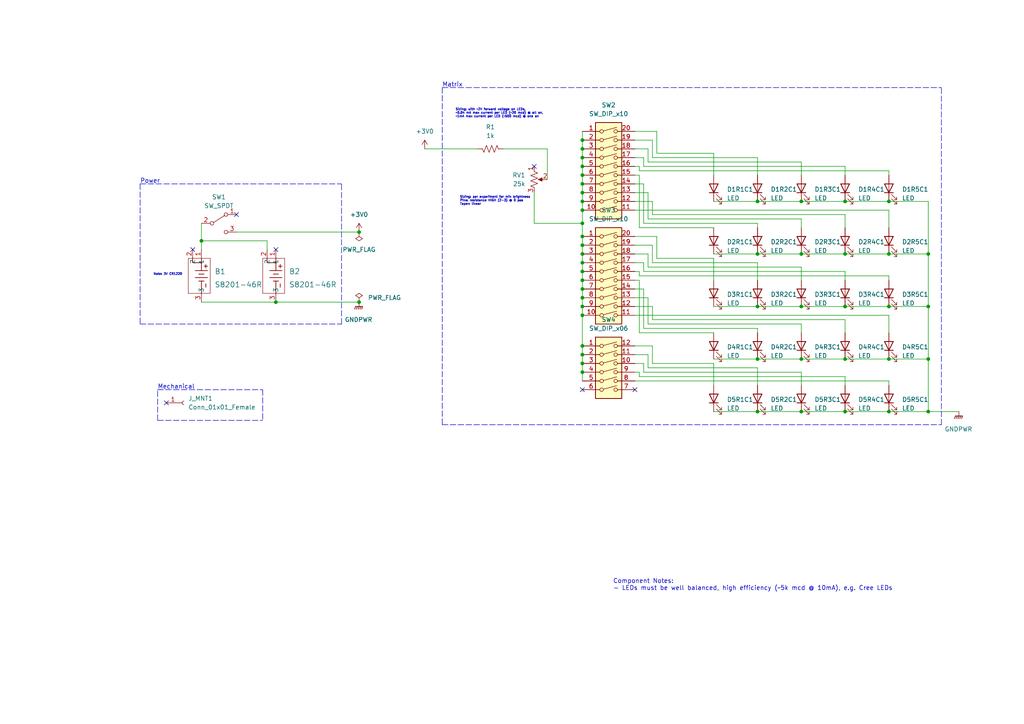
<source format=kicad_sch>
(kicad_sch (version 20211123) (generator eeschema)
  (paper "A4")
  (lib_symbols
    (symbol "Connector:Conn_01x01_Female" (pin_names (offset 1.016) hide)
      (property "Reference" "J" (at 0 2.54 0))
      (property "Value" "Conn_01x01_Female" (at 0 -2.54 0))
      (symbol "Conn_01x01_Female_1_1"
        (polyline (pts (xy -1.27 0) (xy -0.508 0)) (stroke (width 0.1524)))
        (arc (start 0 0.508) (mid -0.508 0) (end 0 -0.508) (stroke (width 0.1524)))
        (pin passive line (at -5.08 0 0) (length 3.81) (name "Pin_1") (number "1"))
      )
    )
    (symbol "Custom_Symbols:S8201-46R" (pin_names (offset 0.254))
      (property "Reference" "B" (at 7.62 8.89 0))
      (property "Value" "S8201-46R" (at 7.62 5.08 0))
      (symbol "S8201-46R_0_1"
        (polyline (pts (xy 2.54 -3.81) (xy 12.7 -3.81)) (stroke (width 0.127)))
        (polyline (pts (xy 2.54 -2.54) (xy 3.81 -2.54)) (stroke (width 0.2032)))
        (polyline (pts (xy 2.54 0) (xy 6.096 0)) (stroke (width 0.2032)))
        (polyline (pts (xy 2.54 2.54) (xy 2.54 -3.81)) (stroke (width 0.127)))
        (polyline (pts (xy 3.81 0) (xy 3.81 -2.54)) (stroke (width 0.2032)))
        (polyline (pts (xy 4.318 1.27) (xy 5.334 1.27)) (stroke (width 0.2032)))
        (polyline (pts (xy 4.826 1.778) (xy 4.826 0.762)) (stroke (width 0.2032)))
        (polyline (pts (xy 6.096 -1.778) (xy 6.096 1.778)) (stroke (width 0.2032)))
        (polyline (pts (xy 7.112 0.762) (xy 7.112 -0.762)) (stroke (width 0.2032)))
        (polyline (pts (xy 8.128 -1.778) (xy 8.128 1.778)) (stroke (width 0.2032)))
        (polyline (pts (xy 9.144 0) (xy 12.7 0)) (stroke (width 0.2032)))
        (polyline (pts (xy 9.144 0.762) (xy 9.144 -0.762)) (stroke (width 0.2032)))
        (polyline (pts (xy 9.906 1.27) (xy 10.922 1.27)) (stroke (width 0.2032)))
        (polyline (pts (xy 12.7 -3.81) (xy 12.7 2.54)) (stroke (width 0.127)))
        (polyline (pts (xy 12.7 2.54) (xy 2.54 2.54)) (stroke (width 0.127)))
        (circle (center 3.81 0) (radius 0.127) (stroke (width 0.254)))
        (pin unspecified line (at 0 0 0) (length 2.54) (name "1") (number "1"))
        (pin unspecified line (at 0 -2.54 0) (length 2.54) (name "2") (number "2"))
        (pin unspecified line (at 15.24 0 180) (length 2.54) (name "3") (number "3"))
      )
    )
    (symbol "Device:LED" (pin_numbers hide) (pin_names (offset 1.016) hide)
      (property "Reference" "D" (at 0 2.54 0))
      (property "Value" "LED" (at 0 -2.54 0))
      (symbol "LED_0_1"
        (polyline (pts (xy -1.27 -1.27) (xy -1.27 1.27)) (stroke (width 0.254)))
        (polyline (pts (xy -1.27 0) (xy 1.27 0)))
        (polyline (pts (xy 1.27 -1.27) (xy 1.27 1.27) (xy -1.27 0) (xy 1.27 -1.27)) (stroke (width 0.254)))
        (polyline (pts (xy -3.048 -0.762) (xy -4.572 -2.286) (xy -3.81 -2.286) (xy -4.572 -2.286) (xy -4.572 -1.524)))
        (polyline (pts (xy -1.778 -0.762) (xy -3.302 -2.286) (xy -2.54 -2.286) (xy -3.302 -2.286) (xy -3.302 -1.524)))
      )
      (symbol "LED_1_1"
        (pin passive line (at -3.81 0 0) (length 2.54) (name "K") (number "1"))
        (pin passive line (at 3.81 0 180) (length 2.54) (name "A") (number "2"))
      )
    )
    (symbol "Device:R_Potentiometer_US" (pin_names (offset 1.016) hide)
      (property "Reference" "RV" (at -4.445 0 90))
      (property "Value" "R_Potentiometer_US" (at -2.54 0 90))
      (symbol "R_Potentiometer_US_0_1"
        (polyline (pts (xy 0 -2.286) (xy 0 -2.54)))
        (polyline (pts (xy 0 2.54) (xy 0 2.286)))
        (polyline (pts (xy 2.54 0) (xy 1.524 0)))
        (polyline (pts (xy 1.143 0) (xy 2.286 0.508) (xy 2.286 -0.508) (xy 1.143 0)) (fill (type outline)))
        (polyline (pts (xy 0 -0.762) (xy 1.016 -1.143) (xy 0 -1.524) (xy -1.016 -1.905) (xy 0 -2.286)))
        (polyline (pts (xy 0 0.762) (xy 1.016 0.381) (xy 0 0) (xy -1.016 -0.381) (xy 0 -0.762)))
        (polyline (pts (xy 0 2.286) (xy 1.016 1.905) (xy 0 1.524) (xy -1.016 1.143) (xy 0 0.762)))
      )
      (symbol "R_Potentiometer_US_1_1"
        (pin passive line (at 0 3.81 270) (length 1.27) (name "1") (number "1"))
        (pin passive line (at 3.81 0 180) (length 1.27) (name "2") (number "2"))
        (pin passive line (at 0 -3.81 90) (length 1.27) (name "3") (number "3"))
      )
    )
    (symbol "Device:R_US" (pin_numbers hide) (pin_names (offset 0))
      (property "Reference" "R" (at 2.54 0 90))
      (property "Value" "R_US" (at -2.54 0 90))
      (symbol "R_US_0_1"
        (polyline (pts (xy 0 -2.286) (xy 0 -2.54)))
        (polyline (pts (xy 0 2.286) (xy 0 2.54)))
        (polyline (pts (xy 0 -0.762) (xy 1.016 -1.143) (xy 0 -1.524) (xy -1.016 -1.905) (xy 0 -2.286)))
        (polyline (pts (xy 0 0.762) (xy 1.016 0.381) (xy 0 0) (xy -1.016 -0.381) (xy 0 -0.762)))
        (polyline (pts (xy 0 2.286) (xy 1.016 1.905) (xy 0 1.524) (xy -1.016 1.143) (xy 0 0.762)))
      )
      (symbol "R_US_1_1"
        (pin passive line (at 0 3.81 270) (length 1.27) (name "~") (number "1"))
        (pin passive line (at 0 -3.81 90) (length 1.27) (name "~") (number "2"))
      )
    )
    (symbol "S8201-46R_1" (pin_names (offset 0.254))
      (property "Reference" "B" (at 7.62 8.89 0))
      (property "Value" "S8201-46R_1" (at 7.62 5.08 0))
      (symbol "S8201-46R_1_0_1"
        (polyline (pts (xy 2.54 -3.81) (xy 12.7 -3.81)) (stroke (width 0.127)))
        (polyline (pts (xy 2.54 -2.54) (xy 3.81 -2.54)) (stroke (width 0.2032)))
        (polyline (pts (xy 2.54 0) (xy 6.096 0)) (stroke (width 0.2032)))
        (polyline (pts (xy 2.54 2.54) (xy 2.54 -3.81)) (stroke (width 0.127)))
        (polyline (pts (xy 3.81 0) (xy 3.81 -2.54)) (stroke (width 0.2032)))
        (polyline (pts (xy 4.318 1.27) (xy 5.334 1.27)) (stroke (width 0.2032)))
        (polyline (pts (xy 4.826 1.778) (xy 4.826 0.762)) (stroke (width 0.2032)))
        (polyline (pts (xy 6.096 -1.778) (xy 6.096 1.778)) (stroke (width 0.2032)))
        (polyline (pts (xy 7.112 0.762) (xy 7.112 -0.762)) (stroke (width 0.2032)))
        (polyline (pts (xy 8.128 -1.778) (xy 8.128 1.778)) (stroke (width 0.2032)))
        (polyline (pts (xy 9.144 0) (xy 12.7 0)) (stroke (width 0.2032)))
        (polyline (pts (xy 9.144 0.762) (xy 9.144 -0.762)) (stroke (width 0.2032)))
        (polyline (pts (xy 9.906 1.27) (xy 10.922 1.27)) (stroke (width 0.2032)))
        (polyline (pts (xy 12.7 -3.81) (xy 12.7 2.54)) (stroke (width 0.127)))
        (polyline (pts (xy 12.7 2.54) (xy 2.54 2.54)) (stroke (width 0.127)))
        (circle (center 3.81 0) (radius 0.127) (stroke (width 0.254)))
        (pin unspecified line (at 0 0 0) (length 2.54) (name "1") (number "1"))
        (pin unspecified line (at 0 -2.54 0) (length 2.54) (name "2") (number "2"))
        (pin unspecified line (at 15.24 0 180) (length 2.54) (name "3") (number "3"))
      )
    )
    (symbol "Switch:SW_DIP_x06" (pin_names (offset 0) hide)
      (property "Reference" "SW" (at 0 11.43 0))
      (property "Value" "SW_DIP_x06" (at 0 -8.89 0))
      (symbol "SW_DIP_x06_0_0"
        (circle (center -2.032 -5.08) (radius 0.508))
        (circle (center -2.032 -2.54) (radius 0.508))
        (circle (center -2.032 0) (radius 0.508))
        (circle (center -2.032 2.54) (radius 0.508))
        (circle (center -2.032 5.08) (radius 0.508))
        (circle (center -2.032 7.62) (radius 0.508))
        (polyline (pts (xy -1.524 -4.9276) (xy 2.3622 -3.8862)))
        (polyline (pts (xy -1.524 -2.3876) (xy 2.3622 -1.3462)))
        (polyline (pts (xy -1.524 0.127) (xy 2.3622 1.1684)))
        (polyline (pts (xy -1.524 2.667) (xy 2.3622 3.7084)))
        (polyline (pts (xy -1.524 5.207) (xy 2.3622 6.2484)))
        (polyline (pts (xy -1.524 7.747) (xy 2.3622 8.7884)))
        (circle (center 2.032 -5.08) (radius 0.508))
        (circle (center 2.032 -2.54) (radius 0.508))
        (circle (center 2.032 0) (radius 0.508))
        (circle (center 2.032 2.54) (radius 0.508))
        (circle (center 2.032 5.08) (radius 0.508))
        (circle (center 2.032 7.62) (radius 0.508))
      )
      (symbol "SW_DIP_x06_0_1"
        (rectangle (start -3.81 10.16) (end 3.81 -7.62) (stroke (width 0.254)) (fill (type background)))
      )
      (symbol "SW_DIP_x06_1_1"
        (pin passive line (at -7.62 7.62 0) (length 5.08) (name "~") (number "1"))
        (pin passive line (at 7.62 2.54 180) (length 5.08) (name "~") (number "10"))
        (pin passive line (at 7.62 5.08 180) (length 5.08) (name "~") (number "11"))
        (pin passive line (at 7.62 7.62 180) (length 5.08) (name "~") (number "12"))
        (pin passive line (at -7.62 5.08 0) (length 5.08) (name "~") (number "2"))
        (pin passive line (at -7.62 2.54 0) (length 5.08) (name "~") (number "3"))
        (pin passive line (at -7.62 0 0) (length 5.08) (name "~") (number "4"))
        (pin passive line (at -7.62 -2.54 0) (length 5.08) (name "~") (number "5"))
        (pin passive line (at -7.62 -5.08 0) (length 5.08) (name "~") (number "6"))
        (pin passive line (at 7.62 -5.08 180) (length 5.08) (name "~") (number "7"))
        (pin passive line (at 7.62 -2.54 180) (length 5.08) (name "~") (number "8"))
        (pin passive line (at 7.62 0 180) (length 5.08) (name "~") (number "9"))
      )
    )
    (symbol "Switch:SW_DIP_x10" (pin_names (offset 0) hide)
      (property "Reference" "SW" (at 0 16.51 0))
      (property "Value" "SW_DIP_x10" (at 0 -13.97 0))
      (symbol "SW_DIP_x10_0_0"
        (circle (center -2.032 -10.16) (radius 0.508))
        (circle (center -2.032 -7.62) (radius 0.508))
        (circle (center -2.032 -5.08) (radius 0.508))
        (circle (center -2.032 -2.54) (radius 0.508))
        (circle (center -2.032 0) (radius 0.508))
        (circle (center -2.032 2.54) (radius 0.508))
        (circle (center -2.032 5.08) (radius 0.508))
        (circle (center -2.032 7.62) (radius 0.508))
        (circle (center -2.032 10.16) (radius 0.508))
        (circle (center -2.032 12.7) (radius 0.508))
        (polyline (pts (xy -1.524 -10.0076) (xy 2.3622 -8.9662)))
        (polyline (pts (xy -1.524 -7.4676) (xy 2.3622 -6.4262)))
        (polyline (pts (xy -1.524 -4.9276) (xy 2.3622 -3.8862)))
        (polyline (pts (xy -1.524 -2.3876) (xy 2.3622 -1.3462)))
        (polyline (pts (xy -1.524 0.127) (xy 2.3622 1.1684)))
        (polyline (pts (xy -1.524 2.667) (xy 2.3622 3.7084)))
        (polyline (pts (xy -1.524 5.207) (xy 2.3622 6.2484)))
        (polyline (pts (xy -1.524 7.747) (xy 2.3622 8.7884)))
        (polyline (pts (xy -1.524 10.287) (xy 2.3622 11.3284)))
        (polyline (pts (xy -1.524 12.827) (xy 2.3622 13.8684)))
        (circle (center 2.032 -10.16) (radius 0.508))
        (circle (center 2.032 -7.62) (radius 0.508))
        (circle (center 2.032 -5.08) (radius 0.508))
        (circle (center 2.032 -2.54) (radius 0.508))
        (circle (center 2.032 0) (radius 0.508))
        (circle (center 2.032 2.54) (radius 0.508))
        (circle (center 2.032 5.08) (radius 0.508))
        (circle (center 2.032 7.62) (radius 0.508))
        (circle (center 2.032 10.16) (radius 0.508))
        (circle (center 2.032 12.7) (radius 0.508))
      )
      (symbol "SW_DIP_x10_0_1"
        (rectangle (start -3.81 15.24) (end 3.81 -12.7) (stroke (width 0.254)) (fill (type background)))
      )
      (symbol "SW_DIP_x10_1_1"
        (pin passive line (at -7.62 12.7 0) (length 5.08) (name "~") (number "1"))
        (pin passive line (at -7.62 -10.16 0) (length 5.08) (name "~") (number "10"))
        (pin passive line (at 7.62 -10.16 180) (length 5.08) (name "~") (number "11"))
        (pin passive line (at 7.62 -7.62 180) (length 5.08) (name "~") (number "12"))
        (pin passive line (at 7.62 -5.08 180) (length 5.08) (name "~") (number "13"))
        (pin passive line (at 7.62 -2.54 180) (length 5.08) (name "~") (number "14"))
        (pin passive line (at 7.62 0 180) (length 5.08) (name "~") (number "15"))
        (pin passive line (at 7.62 2.54 180) (length 5.08) (name "~") (number "16"))
        (pin passive line (at 7.62 5.08 180) (length 5.08) (name "~") (number "17"))
        (pin passive line (at 7.62 7.62 180) (length 5.08) (name "~") (number "18"))
        (pin passive line (at 7.62 10.16 180) (length 5.08) (name "~") (number "19"))
        (pin passive line (at -7.62 10.16 0) (length 5.08) (name "~") (number "2"))
        (pin passive line (at 7.62 12.7 180) (length 5.08) (name "~") (number "20"))
        (pin passive line (at -7.62 7.62 0) (length 5.08) (name "~") (number "3"))
        (pin passive line (at -7.62 5.08 0) (length 5.08) (name "~") (number "4"))
        (pin passive line (at -7.62 2.54 0) (length 5.08) (name "~") (number "5"))
        (pin passive line (at -7.62 0 0) (length 5.08) (name "~") (number "6"))
        (pin passive line (at -7.62 -2.54 0) (length 5.08) (name "~") (number "7"))
        (pin passive line (at -7.62 -5.08 0) (length 5.08) (name "~") (number "8"))
        (pin passive line (at -7.62 -7.62 0) (length 5.08) (name "~") (number "9"))
      )
    )
    (symbol "Switch:SW_SPDT" (pin_names (offset 0) hide)
      (property "Reference" "SW" (at 0 4.318 0))
      (property "Value" "SW_SPDT" (at 0 -5.08 0))
      (symbol "SW_SPDT_0_0"
        (circle (center -2.032 0) (radius 0.508))
        (circle (center 2.032 -2.54) (radius 0.508))
      )
      (symbol "SW_SPDT_0_1"
        (polyline (pts (xy -1.524 0.254) (xy 1.651 2.286)))
        (circle (center 2.032 2.54) (radius 0.508))
      )
      (symbol "SW_SPDT_1_1"
        (pin passive line (at 5.08 2.54 180) (length 2.54) (name "A") (number "1"))
        (pin passive line (at -5.08 0 0) (length 2.54) (name "B") (number "2"))
        (pin passive line (at 5.08 -2.54 180) (length 2.54) (name "C") (number "3"))
      )
    )
    (symbol "power:+3V0" (power) (pin_names (offset 0))
      (property "Value" "+3V0" (at 0 3.556 0))
      (symbol "+3V0_0_1"
        (polyline (pts (xy -0.762 1.27) (xy 0 2.54)))
        (polyline (pts (xy 0 0) (xy 0 2.54)))
        (polyline (pts (xy 0 2.54) (xy 0.762 1.27)))
      )
      (symbol "+3V0_1_1"
        (pin power_in line (at 0 0 90) (length 0) hide (name "+3V0") (number "1"))
      )
    )
    (symbol "power:GNDPWR" (power) (pin_names (offset 0))
      (property "Value" "GNDPWR" (at 0 -3.302 0))
      (symbol "GNDPWR_0_1"
        (polyline (pts (xy 0 -1.27) (xy 0 0)))
        (polyline (pts (xy -1.016 -1.27) (xy -1.27 -2.032) (xy -1.27 -2.032)) (stroke (width 0.2032)))
        (polyline (pts (xy -0.508 -1.27) (xy -0.762 -2.032) (xy -0.762 -2.032)) (stroke (width 0.2032)))
        (polyline (pts (xy 0 -1.27) (xy -0.254 -2.032) (xy -0.254 -2.032)) (stroke (width 0.2032)))
        (polyline (pts (xy 0.508 -1.27) (xy 0.254 -2.032) (xy 0.254 -2.032)) (stroke (width 0.2032)))
        (polyline (pts (xy 1.016 -1.27) (xy -1.016 -1.27) (xy -1.016 -1.27)) (stroke (width 0.2032)))
        (polyline (pts (xy 1.016 -1.27) (xy 0.762 -2.032) (xy 0.762 -2.032) (xy 0.762 -2.032)) (stroke (width 0.2032)))
      )
      (symbol "GNDPWR_1_1"
        (pin power_in line (at 0 0 270) (length 0) hide (name "GNDPWR") (number "1"))
      )
    )
    (symbol "power:PWR_FLAG" (power) (pin_numbers hide) (pin_names (offset 0) hide)
      (property "Value" "PWR_FLAG" (at 0 3.81 0))
      (symbol "PWR_FLAG_0_0"
        (pin power_out line (at 0 0 90) (length 0) (name "pwr") (number "1"))
      )
      (symbol "PWR_FLAG_0_1"
        (polyline (pts (xy 0 0) (xy 0 1.27) (xy -1.016 1.905) (xy 0 2.54) (xy 1.016 1.905) (xy 0 1.27)))
      )
    )
  )
  (junction (at 245.11 73.66))
  (junction (at 269.24 88.9))
  (junction (at 168.91 71.12))
  (junction (at 168.91 83.82))
  (junction (at 232.41 104.14))
  (junction (at 168.91 40.64))
  (junction (at 104.14 67.31))
  (junction (at 168.91 48.26))
  (junction (at 219.71 119.38))
  (junction (at 168.91 50.8))
  (junction (at 168.91 64.77))
  (junction (at 257.81 119.38))
  (junction (at 269.24 104.14))
  (junction (at 168.91 58.42))
  (junction (at 269.24 73.66))
  (junction (at 219.71 73.66))
  (junction (at 269.24 119.38))
  (junction (at 219.71 58.42))
  (junction (at 58.42 69.85))
  (junction (at 245.11 104.14))
  (junction (at 232.41 73.66))
  (junction (at 245.11 58.42))
  (junction (at 168.91 45.72))
  (junction (at 168.91 107.95))
  (junction (at 168.91 60.96))
  (junction (at 232.41 119.38))
  (junction (at 257.81 104.14))
  (junction (at 232.41 58.42))
  (junction (at 80.01 87.63))
  (junction (at 168.91 73.66))
  (junction (at 168.91 100.33))
  (junction (at 168.91 81.28))
  (junction (at 168.91 105.41))
  (junction (at 219.71 88.9))
  (junction (at 168.91 53.34))
  (junction (at 168.91 91.44))
  (junction (at 257.81 73.66))
  (junction (at 168.91 78.74))
  (junction (at 168.91 86.36))
  (junction (at 168.91 88.9))
  (junction (at 245.11 88.9))
  (junction (at 168.91 102.87))
  (junction (at 168.91 76.2))
  (junction (at 257.81 88.9))
  (junction (at 245.11 119.38))
  (junction (at 168.91 55.88))
  (junction (at 168.91 43.18))
  (junction (at 219.71 104.14))
  (junction (at 232.41 88.9))
  (junction (at 168.91 68.58))
  (junction (at 104.14 87.63))
  (junction (at 257.81 58.42))
  (no_connect (at 184.15 113.03))
  (no_connect (at 55.88 72.39))
  (no_connect (at 80.01 72.39))
  (no_connect (at 154.94 48.26))
  (no_connect (at 68.58 62.23))
  (no_connect (at 48.26 116.84))
  (no_connect (at 168.91 113.03))
  (wire (pts (xy 186.69 53.34) (xy 186.69 64.77)))
  (wire (pts (xy 232.41 46.99) (xy 232.41 50.8)))
  (wire (pts (xy 168.91 78.74) (xy 168.91 81.28)))
  (wire (pts (xy 186.69 45.72) (xy 184.15 45.72)))
  (wire (pts (xy 257.81 88.9) (xy 269.24 88.9)))
  (wire (pts (xy 189.23 92.71) (xy 245.11 92.71)))
  (wire (pts (xy 184.15 78.74) (xy 185.42 78.74)))
  (wire (pts (xy 245.11 58.42) (xy 257.81 58.42)))
  (wire (pts (xy 187.96 73.66) (xy 184.15 73.66)))
  (wire (pts (xy 269.24 88.9) (xy 269.24 104.14)))
  (polyline (pts (xy 128.27 25.4) (xy 273.05 25.4)))
  (wire (pts (xy 187.96 86.36) (xy 187.96 93.98)))
  (wire (pts (xy 189.23 62.23) (xy 245.11 62.23)))
  (wire (pts (xy 207.01 58.42) (xy 219.71 58.42)))
  (wire (pts (xy 186.69 83.82) (xy 186.69 95.25)))
  (wire (pts (xy 184.15 81.28) (xy 185.42 81.28)))
  (wire (pts (xy 232.41 73.66) (xy 245.11 73.66)))
  (polyline (pts (xy 45.72 113.03) (xy 46.99 113.03)))
  (wire (pts (xy 189.23 71.12) (xy 189.23 76.2)))
  (wire (pts (xy 189.23 58.42) (xy 189.23 62.23)))
  (wire (pts (xy 185.42 66.04) (xy 207.01 66.04)))
  (wire (pts (xy 187.96 46.99) (xy 187.96 43.18)))
  (wire (pts (xy 184.15 88.9) (xy 189.23 88.9)))
  (wire (pts (xy 219.71 73.66) (xy 232.41 73.66)))
  (wire (pts (xy 168.91 81.28) (xy 168.91 83.82)))
  (wire (pts (xy 207.01 104.14) (xy 219.71 104.14)))
  (wire (pts (xy 187.96 46.99) (xy 232.41 46.99)))
  (wire (pts (xy 186.69 95.25) (xy 219.71 95.25)))
  (wire (pts (xy 232.41 58.42) (xy 245.11 58.42)))
  (wire (pts (xy 168.91 43.18) (xy 168.91 45.72)))
  (wire (pts (xy 168.91 88.9) (xy 168.91 91.44)))
  (wire (pts (xy 207.01 81.28) (xy 207.01 74.93)))
  (wire (pts (xy 168.91 76.2) (xy 168.91 78.74)))
  (wire (pts (xy 154.94 64.77) (xy 168.91 64.77)))
  (wire (pts (xy 245.11 78.74) (xy 186.69 78.74)))
  (wire (pts (xy 257.81 58.42) (xy 269.24 58.42)))
  (wire (pts (xy 168.91 55.88) (xy 168.91 58.42)))
  (wire (pts (xy 219.71 111.76) (xy 219.71 106.68)))
  (wire (pts (xy 185.42 80.01) (xy 257.81 80.01)))
  (wire (pts (xy 187.96 63.5) (xy 232.41 63.5)))
  (wire (pts (xy 232.41 104.14) (xy 245.11 104.14)))
  (wire (pts (xy 245.11 88.9) (xy 257.81 88.9)))
  (wire (pts (xy 187.96 106.68) (xy 187.96 102.87)))
  (wire (pts (xy 219.71 81.28) (xy 219.71 76.2)))
  (wire (pts (xy 184.15 53.34) (xy 186.69 53.34)))
  (wire (pts (xy 232.41 81.28) (xy 232.41 77.47)))
  (wire (pts (xy 245.11 109.22) (xy 185.42 109.22)))
  (wire (pts (xy 187.96 43.18) (xy 184.15 43.18)))
  (wire (pts (xy 184.15 86.36) (xy 187.96 86.36)))
  (wire (pts (xy 257.81 119.38) (xy 269.24 119.38)))
  (wire (pts (xy 190.5 44.45) (xy 190.5 38.1)))
  (wire (pts (xy 219.71 119.38) (xy 232.41 119.38)))
  (wire (pts (xy 189.23 100.33) (xy 184.15 100.33)))
  (wire (pts (xy 184.15 91.44) (xy 257.81 91.44)))
  (wire (pts (xy 185.42 49.53) (xy 185.42 48.26)))
  (wire (pts (xy 189.23 45.72) (xy 219.71 45.72)))
  (wire (pts (xy 168.91 83.82) (xy 168.91 86.36)))
  (wire (pts (xy 185.42 78.74) (xy 185.42 80.01)))
  (wire (pts (xy 219.71 45.72) (xy 219.71 50.8)))
  (wire (pts (xy 184.15 58.42) (xy 189.23 58.42)))
  (wire (pts (xy 245.11 111.76) (xy 245.11 109.22)))
  (wire (pts (xy 77.47 72.39) (xy 77.47 69.85)))
  (wire (pts (xy 189.23 40.64) (xy 184.15 40.64)))
  (wire (pts (xy 257.81 60.96) (xy 257.81 66.04)))
  (wire (pts (xy 219.71 64.77) (xy 219.71 66.04)))
  (wire (pts (xy 186.69 48.26) (xy 186.69 45.72)))
  (wire (pts (xy 168.91 40.64) (xy 168.91 43.18)))
  (wire (pts (xy 245.11 81.28) (xy 245.11 78.74)))
  (wire (pts (xy 207.01 88.9) (xy 219.71 88.9)))
  (wire (pts (xy 245.11 62.23) (xy 245.11 66.04)))
  (polyline (pts (xy 40.64 93.98) (xy 99.06 93.98)))
  (wire (pts (xy 184.15 60.96) (xy 257.81 60.96)))
  (wire (pts (xy 257.81 80.01) (xy 257.81 81.28)))
  (wire (pts (xy 185.42 96.52) (xy 207.01 96.52)))
  (wire (pts (xy 207.01 111.76) (xy 207.01 105.41)))
  (wire (pts (xy 184.15 55.88) (xy 187.96 55.88)))
  (wire (pts (xy 190.5 68.58) (xy 190.5 74.93)))
  (polyline (pts (xy 128.27 123.19) (xy 273.05 123.19)))
  (wire (pts (xy 207.01 44.45) (xy 207.01 50.8)))
  (wire (pts (xy 257.81 91.44) (xy 257.81 96.52)))
  (wire (pts (xy 257.81 49.53) (xy 257.81 50.8)))
  (polyline (pts (xy 128.27 25.4) (xy 128.27 123.19)))
  (wire (pts (xy 168.91 58.42) (xy 168.91 60.96)))
  (wire (pts (xy 186.69 76.2) (xy 184.15 76.2)))
  (wire (pts (xy 186.69 48.26) (xy 245.11 48.26)))
  (wire (pts (xy 168.91 48.26) (xy 168.91 50.8)))
  (wire (pts (xy 68.58 67.31) (xy 104.14 67.31)))
  (wire (pts (xy 185.42 81.28) (xy 185.42 96.52)))
  (wire (pts (xy 219.71 104.14) (xy 232.41 104.14)))
  (wire (pts (xy 168.91 71.12) (xy 168.91 73.66)))
  (wire (pts (xy 189.23 105.41) (xy 189.23 100.33)))
  (wire (pts (xy 184.15 68.58) (xy 190.5 68.58)))
  (wire (pts (xy 187.96 93.98) (xy 232.41 93.98)))
  (wire (pts (xy 245.11 119.38) (xy 257.81 119.38)))
  (wire (pts (xy 219.71 95.25) (xy 219.71 96.52)))
  (wire (pts (xy 207.01 74.93) (xy 190.5 74.93)))
  (wire (pts (xy 185.42 49.53) (xy 257.81 49.53)))
  (wire (pts (xy 232.41 107.95) (xy 186.69 107.95)))
  (wire (pts (xy 219.71 76.2) (xy 189.23 76.2)))
  (wire (pts (xy 232.41 119.38) (xy 245.11 119.38)))
  (wire (pts (xy 58.42 64.77) (xy 58.42 69.85)))
  (wire (pts (xy 189.23 88.9) (xy 189.23 92.71)))
  (wire (pts (xy 185.42 48.26) (xy 184.15 48.26)))
  (wire (pts (xy 168.91 107.95) (xy 168.91 110.49)))
  (wire (pts (xy 269.24 58.42) (xy 269.24 73.66)))
  (wire (pts (xy 207.01 119.38) (xy 219.71 119.38)))
  (wire (pts (xy 257.81 111.76) (xy 257.81 110.49)))
  (wire (pts (xy 269.24 119.38) (xy 278.13 119.38)))
  (wire (pts (xy 146.05 43.18) (xy 158.75 43.18)))
  (wire (pts (xy 58.42 87.63) (xy 80.01 87.63)))
  (wire (pts (xy 232.41 77.47) (xy 187.96 77.47)))
  (wire (pts (xy 190.5 44.45) (xy 207.01 44.45)))
  (wire (pts (xy 58.42 69.85) (xy 58.42 72.39)))
  (wire (pts (xy 190.5 38.1) (xy 184.15 38.1)))
  (wire (pts (xy 269.24 73.66) (xy 269.24 88.9)))
  (wire (pts (xy 219.71 88.9) (xy 232.41 88.9)))
  (wire (pts (xy 207.01 73.66) (xy 219.71 73.66)))
  (wire (pts (xy 168.91 38.1) (xy 168.91 40.64)))
  (wire (pts (xy 189.23 45.72) (xy 189.23 40.64)))
  (wire (pts (xy 232.41 88.9) (xy 245.11 88.9)))
  (polyline (pts (xy 45.72 113.03) (xy 76.2 113.03)))
  (wire (pts (xy 77.47 69.85) (xy 58.42 69.85)))
  (wire (pts (xy 245.11 73.66) (xy 257.81 73.66)))
  (wire (pts (xy 232.41 111.76) (xy 232.41 107.95)))
  (wire (pts (xy 186.69 64.77) (xy 219.71 64.77)))
  (wire (pts (xy 219.71 106.68) (xy 187.96 106.68)))
  (wire (pts (xy 185.42 50.8) (xy 185.42 66.04)))
  (wire (pts (xy 123.19 43.18) (xy 138.43 43.18)))
  (wire (pts (xy 207.01 105.41) (xy 189.23 105.41)))
  (wire (pts (xy 189.23 71.12) (xy 184.15 71.12)))
  (wire (pts (xy 168.91 105.41) (xy 168.91 107.95)))
  (wire (pts (xy 187.96 55.88) (xy 187.96 63.5)))
  (wire (pts (xy 219.71 58.42) (xy 232.41 58.42)))
  (wire (pts (xy 168.91 73.66) (xy 168.91 76.2)))
  (wire (pts (xy 184.15 50.8) (xy 185.42 50.8)))
  (wire (pts (xy 186.69 76.2) (xy 186.69 78.74)))
  (wire (pts (xy 168.91 100.33) (xy 168.91 102.87)))
  (wire (pts (xy 168.91 60.96) (xy 168.91 64.77)))
  (wire (pts (xy 185.42 109.22) (xy 185.42 107.95)))
  (wire (pts (xy 168.91 45.72) (xy 168.91 48.26)))
  (polyline (pts (xy 45.72 121.92) (xy 76.2 121.92)))
  (polyline (pts (xy 40.64 53.34) (xy 40.64 93.98)))
  (wire (pts (xy 257.81 110.49) (xy 184.15 110.49)))
  (wire (pts (xy 154.94 55.88) (xy 154.94 64.77)))
  (wire (pts (xy 257.81 73.66) (xy 269.24 73.66)))
  (polyline (pts (xy 76.2 113.03) (xy 76.2 121.92)))
  (polyline (pts (xy 45.72 121.92) (xy 45.72 113.03)))
  (wire (pts (xy 257.81 104.14) (xy 269.24 104.14)))
  (wire (pts (xy 184.15 105.41) (xy 186.69 105.41)))
  (wire (pts (xy 168.91 64.77) (xy 168.91 68.58)))
  (wire (pts (xy 168.91 91.44) (xy 168.91 100.33)))
  (wire (pts (xy 184.15 102.87) (xy 187.96 102.87)))
  (wire (pts (xy 187.96 73.66) (xy 187.96 77.47)))
  (wire (pts (xy 158.75 43.18) (xy 158.75 52.07)))
  (wire (pts (xy 245.11 92.71) (xy 245.11 96.52)))
  (wire (pts (xy 232.41 93.98) (xy 232.41 96.52)))
  (wire (pts (xy 245.11 48.26) (xy 245.11 50.8)))
  (wire (pts (xy 232.41 63.5) (xy 232.41 66.04)))
  (wire (pts (xy 168.91 50.8) (xy 168.91 53.34)))
  (wire (pts (xy 186.69 107.95) (xy 186.69 105.41)))
  (wire (pts (xy 168.91 86.36) (xy 168.91 88.9)))
  (polyline (pts (xy 40.64 53.34) (xy 99.06 53.34)))
  (wire (pts (xy 245.11 104.14) (xy 257.81 104.14)))
  (wire (pts (xy 269.24 104.14) (xy 269.24 119.38)))
  (wire (pts (xy 168.91 53.34) (xy 168.91 55.88)))
  (wire (pts (xy 80.01 87.63) (xy 104.14 87.63)))
  (polyline (pts (xy 273.05 123.19) (xy 273.05 25.4)))
  (wire (pts (xy 185.42 107.95) (xy 184.15 107.95)))
  (wire (pts (xy 184.15 83.82) (xy 186.69 83.82)))
  (wire (pts (xy 168.91 102.87) (xy 168.91 105.41)))
  (wire (pts (xy 168.91 68.58) (xy 168.91 71.12)))
  (polyline (pts (xy 99.06 93.98) (xy 99.06 53.34)))
  (text "Note: 3V CR1220" (at 44.45 80.01 0) (effects (font (size 0.635 0.635)) (justify left bottom)))
  (text "Sizing: with ~2V forward voltage on LEDs,\n~0.04 mA max current per LED (~20 mcd) @ all on,\n~1mA max current per LED (~500 mcd) @ one on" (at 132.08 34.29 0) (effects (font (size 0.635 0.635)) (justify left bottom)))
  (text "Power" (at 40.64 53.34 0) (effects (font (size 1.27 1.27)) (justify left bottom)))
  (text "Mechanical" (at 45.72 113.03 0) (effects (font (size 1.27 1.27)) (justify left bottom)))
  (text "Matrix\n" (at 128.27 25.4 0) (effects (font (size 1.27 1.27)) (justify left bottom)))
  (text "Sizing: per experiment for min brightness\nPins: resistance HIGH (2-3) @ 0 pos\nTaper: linear" (at 133.35 59.69 0) (effects (font (size 0.635 0.635)) (justify left bottom)))
  (text "Component Notes:\n- LEDs must be well balanced, high efficiency (~5k mcd @ 10mA), e.g. Cree LEDs" (at 177.8 171.45 0) (effects (font (size 1.27 1.27)) (justify left bottom)))
  (symbol (lib_id "Device:LED") (at 257.81 54.61 90) (unit 1)
    (property "Reference" "D1R5C1" (at 261.62 54.9274 90) (effects (justify right)))
    (property "Value" "LED" (at 261.62 57.4674 90) (effects (justify right)))
    (property "Footprint" "LED_THT:LED_D5.0mm" (effects hide))
  )
  (symbol (lib_id "Device:LED") (at 219.71 100.33 90) (unit 1)
    (property "Reference" "D4R2C1" (at 223.52 100.6474 90) (effects (justify right)))
    (property "Value" "LED" (at 223.52 103.1874 90) (effects (justify right)))
    (property "Footprint" "LED_THT:LED_D5.0mm" (effects hide))
  )
  (symbol (lib_id "Device:LED") (at 207.01 69.85 90) (unit 1)
    (property "Reference" "D2R1C1" (at 210.82 70.1674 90) (effects (justify right)))
    (property "Value" "LED" (at 210.82 72.7074 90) (effects (justify right)))
    (property "Footprint" "LED_THT:LED_D5.0mm" (effects hide))
  )
  (symbol (lib_id "Device:LED") (at 245.11 85.09 90) (unit 1)
    (property "Reference" "D3R4C1" (at 248.92 85.4074 90) (effects (justify right)))
    (property "Value" "LED" (at 248.92 87.9474 90) (effects (justify right)))
    (property "Footprint" "LED_THT:LED_D5.0mm" (effects hide))
  )
  (symbol (lib_id "Device:LED") (at 219.71 69.85 90) (unit 1)
    (property "Reference" "D2R2C1" (at 223.52 70.1674 90) (effects (justify right)))
    (property "Value" "LED" (at 223.52 72.7074 90) (effects (justify right)))
    (property "Footprint" "LED_THT:LED_D5.0mm" (effects hide))
  )
  (symbol (lib_id "power:PWR_FLAG") (at 104.14 87.63 0) (mirror y) (unit 1)
    (property "Reference" "#FLG02" (effects hide))
    (property "Value" "PWR_FLAG" (at 106.68 86.3599 0) (effects (justify right)))
  )
  (symbol (lib_id "Device:LED") (at 207.01 54.61 90) (unit 1)
    (property "Reference" "D1R1C1" (at 210.82 54.9274 90) (effects (justify right)))
    (property "Value" "LED" (at 210.82 57.4674 90) (effects (justify right)))
    (property "Footprint" "LED_THT:LED_D5.0mm" (effects hide))
  )
  (symbol (lib_id "Device:LED") (at 232.41 54.61 90) (unit 1)
    (property "Reference" "D1R3C1" (at 236.22 54.9274 90) (effects (justify right)))
    (property "Value" "LED" (at 236.22 57.4674 90) (effects (justify right)))
    (property "Footprint" "LED_THT:LED_D5.0mm" (effects hide))
  )
  (symbol (lib_id "Device:LED") (at 245.11 100.33 90) (unit 1)
    (property "Reference" "D4R4C1" (at 248.92 100.6474 90) (effects (justify right)))
    (property "Value" "LED" (at 248.92 103.1874 90) (effects (justify right)))
    (property "Footprint" "LED_THT:LED_D5.0mm" (effects hide))
  )
  (symbol (lib_id "power:PWR_FLAG") (at 104.14 67.31 0) (mirror x) (unit 1)
    (property "Reference" "#FLG01" (effects hide))
    (property "Value" "PWR_FLAG" (at 104.14 72.39 0))
  )
  (symbol (lib_id "Device:LED") (at 257.81 85.09 90) (unit 1)
    (property "Reference" "D3R5C1" (at 261.62 85.4074 90) (effects (justify right)))
    (property "Value" "LED" (at 261.62 87.9474 90) (effects (justify right)))
    (property "Footprint" "LED_THT:LED_D5.0mm" (effects hide))
  )
  (symbol (lib_id "Device:LED") (at 245.11 69.85 90) (unit 1)
    (property "Reference" "D2R4C1" (at 248.92 70.1674 90) (effects (justify right)))
    (property "Value" "LED" (at 248.92 72.7074 90) (effects (justify right)))
    (property "Footprint" "LED_THT:LED_D5.0mm" (effects hide))
  )
  (symbol (lib_id "Switch:SW_DIP_x10") (at 176.53 81.28 0) (unit 1)
    (property "Reference" "SW3" (at 176.53 60.96 0))
    (property "Value" "SW_DIP_x10" (at 176.53 63.5 0))
    (property "Footprint" "Custom_Footprints:SMDIP-20_halfpitch_W7.62mm" (effects hide))
  )
  (symbol (lib_id "Device:LED") (at 257.81 115.57 90) (unit 1)
    (property "Reference" "D5R5C1" (at 261.62 115.8874 90) (effects (justify right)))
    (property "Value" "LED" (at 261.62 118.4274 90) (effects (justify right)))
    (property "Footprint" "LED_THT:LED_D5.0mm" (effects hide))
  )
  (symbol (lib_id "Device:LED") (at 257.81 100.33 90) (unit 1)
    (property "Reference" "D4R5C1" (at 261.62 100.6474 90) (effects (justify right)))
    (property "Value" "LED" (at 261.62 103.1874 90) (effects (justify right)))
    (property "Footprint" "LED_THT:LED_D5.0mm" (effects hide))
  )
  (symbol (lib_id "Device:LED") (at 207.01 85.09 90) (unit 1)
    (property "Reference" "D3R1C1" (at 210.82 85.4074 90) (effects (justify right)))
    (property "Value" "LED" (at 210.82 87.9474 90) (effects (justify right)))
    (property "Footprint" "LED_THT:LED_D5.0mm" (effects hide))
  )
  (symbol (lib_id "power:+3V0") (at 123.19 43.18 0) (unit 1)
    (property "Reference" "#PWR03" (effects hide))
    (property "Value" "+3V0" (at 123.19 38.1 0))
  )
  (symbol (lib_id "Device:LED") (at 219.71 54.61 90) (unit 1)
    (property "Reference" "D1R2C1" (at 223.52 54.9274 90) (effects (justify right)))
    (property "Value" "LED" (at 223.52 57.4674 90) (effects (justify right)))
    (property "Footprint" "LED_THT:LED_D5.0mm" (effects hide))
  )
  (symbol (lib_id "Device:LED") (at 232.41 100.33 90) (unit 1)
    (property "Reference" "D4R3C1" (at 236.22 100.6474 90) (effects (justify right)))
    (property "Value" "LED" (at 236.22 103.1874 90) (effects (justify right)))
    (property "Footprint" "LED_THT:LED_D5.0mm" (effects hide))
  )
  (symbol (lib_id "Device:LED") (at 232.41 115.57 90) (unit 1)
    (property "Reference" "D5R3C1" (at 236.22 115.8874 90) (effects (justify right)))
    (property "Value" "LED" (at 236.22 118.4274 90) (effects (justify right)))
    (property "Footprint" "LED_THT:LED_D5.0mm" (effects hide))
  )
  (symbol (lib_id "Device:R_US") (at 142.24 43.18 90) (mirror x) (unit 1)
    (property "Reference" "R1" (at 142.24 36.83 90))
    (property "Value" "1k" (at 142.24 39.37 90))
    (property "Footprint" "Resistor_THT:R_Axial_DIN0204_L3.6mm_D1.6mm_P7.62mm_Horizontal" (effects hide))
  )
  (symbol (lib_id "Device:LED") (at 232.41 69.85 90) (unit 1)
    (property "Reference" "D2R3C1" (at 236.22 70.1674 90) (effects (justify right)))
    (property "Value" "LED" (at 236.22 72.7074 90) (effects (justify right)))
    (property "Footprint" "LED_THT:LED_D5.0mm" (effects hide))
  )
  (symbol (lib_id "Device:LED") (at 219.71 115.57 90) (unit 1)
    (property "Reference" "D5R2C1" (at 223.52 115.8874 90) (effects (justify right)))
    (property "Value" "LED" (at 223.52 118.4274 90) (effects (justify right)))
    (property "Footprint" "LED_THT:LED_D5.0mm" (effects hide))
  )
  (symbol (lib_id "Device:LED") (at 257.81 69.85 90) (unit 1)
    (property "Reference" "D2R5C1" (at 261.62 70.1674 90) (effects (justify right)))
    (property "Value" "LED" (at 261.62 72.7074 90) (effects (justify right)))
    (property "Footprint" "LED_THT:LED_D5.0mm" (effects hide))
  )
  (symbol (lib_id "Device:LED") (at 219.71 85.09 90) (unit 1)
    (property "Reference" "D3R2C1" (at 223.52 85.4074 90) (effects (justify right)))
    (property "Value" "LED" (at 223.52 87.9474 90) (effects (justify right)))
    (property "Footprint" "LED_THT:LED_D5.0mm" (effects hide))
  )
  (symbol (lib_id "Device:LED") (at 207.01 115.57 90) (unit 1)
    (property "Reference" "D5R1C1" (at 210.82 115.8874 90) (effects (justify right)))
    (property "Value" "LED" (at 210.82 118.4274 90) (effects (justify right)))
    (property "Footprint" "LED_THT:LED_D5.0mm" (effects hide))
  )
  (symbol (lib_id "Device:LED") (at 232.41 85.09 90) (unit 1)
    (property "Reference" "D3R3C1" (at 236.22 85.4074 90) (effects (justify right)))
    (property "Value" "LED" (at 236.22 87.9474 90) (effects (justify right)))
    (property "Footprint" "LED_THT:LED_D5.0mm" (effects hide))
  )
  (symbol (lib_id "Device:LED") (at 245.11 115.57 90) (unit 1)
    (property "Reference" "D5R4C1" (at 248.92 115.8874 90) (effects (justify right)))
    (property "Value" "LED" (at 248.92 118.4274 90) (effects (justify right)))
    (property "Footprint" "LED_THT:LED_D5.0mm" (effects hide))
  )
  (symbol (lib_id "Device:LED") (at 245.11 54.61 90) (unit 1)
    (property "Reference" "D1R4C1" (at 248.92 54.9274 90) (effects (justify right)))
    (property "Value" "LED" (at 248.92 57.4674 90) (effects (justify right)))
    (property "Footprint" "LED_THT:LED_D5.0mm" (effects hide))
  )
  (symbol (lib_id "Switch:SW_DIP_x10") (at 176.53 50.8 0) (unit 1)
    (property "Reference" "SW2" (at 176.53 30.48 0))
    (property "Value" "SW_DIP_x10" (at 176.53 33.02 0))
    (property "Footprint" "Custom_Footprints:SMDIP-20_halfpitch_W7.62mm" (effects hide))
  )
  (symbol (lib_id "Switch:SW_SPDT") (at 63.5 64.77 0) (unit 1)
    (property "Reference" "SW1" (at 63.5 57.15 0))
    (property "Value" "SW_SPDT" (at 63.5 59.69 0))
    (property "Footprint" "Custom_Footprints:OS102011MA1Q" (effects hide))
  )
  (symbol (lib_id "Switch:SW_DIP_x06") (at 176.53 107.95 0) (unit 1)
    (property "Reference" "SW4" (at 176.53 92.71 0))
    (property "Value" "SW_DIP_x06" (at 176.53 95.25 0))
    (property "Footprint" "Custom_Footprints:SMDIP-12_halfpitch_W7.62mm" (effects hide))
  )
  (symbol (lib_id "power:+3V0") (at 104.14 67.31 0) (unit 1)
    (property "Reference" "#PWR01" (effects hide))
    (property "Value" "+3V0" (at 104.14 62.23 0))
  )
  (symbol (lib_id "Device:R_Potentiometer_US") (at 154.94 52.07 0) (unit 1)
    (property "Reference" "RV1" (at 152.4 50.7999 0) (effects (justify right)))
    (property "Value" "25k" (at 152.4 53.3399 0) (effects (justify right)))
    (property "Footprint" "Custom_Footprints:RES3_91A_TTE" (effects hide))
  )
  (symbol (lib_id "Connector:Conn_01x01_Female") (at 53.34 116.84 0) (unit 1)
    (property "Reference" "J_MNT1" (at 54.61 115.5699 0) (effects (justify left)))
    (property "Value" "Conn_01x01_Female" (at 54.61 118.1099 0) (effects (justify left)))
    (property "Footprint" "MountingHole:MountingHole_3.2mm_M3_Pad" (effects hide))
  )
  (symbol (lib_id "power:GNDPWR") (at 104.14 87.63 0) (unit 1)
    (property "Reference" "#PWR02" (effects hide))
    (property "Value" "GNDPWR" (at 104.013 92.71 0))
  )
  (symbol (lib_id "Device:LED") (at 207.01 100.33 90) (unit 1)
    (property "Reference" "D4R1C1" (at 210.82 100.6474 90) (effects (justify right)))
    (property "Value" "LED" (at 210.82 103.1874 90) (effects (justify right)))
    (property "Footprint" "LED_THT:LED_D5.0mm" (effects hide))
  )
  (symbol (lib_id "power:GNDPWR") (at 278.13 119.38 0) (unit 1)
    (property "Reference" "#PWR04" (effects hide))
    (property "Value" "GNDPWR" (at 278.003 124.46 0))
  )
  (symbol (lib_name "S8201-46R_1") (lib_id "Custom_Symbols:S8201-46R") (at 58.42 72.39 270) (unit 1)
    (property "Reference" "B1" (at 62.23 78.74 90) (effects (font (size 1.524 1.524)) (justify left)))
    (property "Value" "S8201-46R" (at 62.23 82.55 90) (effects (font (size 1.524 1.524)) (justify left)))
    (property "Footprint" "Custom_Footprints:S8201-46R_HRW" (effects hide))
    (property "Datasheet" "S8201-46R" (effects hide))
  )
  (symbol (lib_id "Custom_Symbols:S8201-46R") (at 80.01 72.39 270) (unit 1)
    (property "Reference" "B2" (at 83.82 78.74 90) (effects (font (size 1.524 1.524)) (justify left)))
    (property "Value" "S8201-46R" (at 83.82 82.55 90) (effects (font (size 1.524 1.524)) (justify left)))
    (property "Footprint" "Custom_Footprints:S8201-46R_HRW" (effects hide))
    (property "Datasheet" "S8201-46R" (effects hide))
  )
)
</source>
